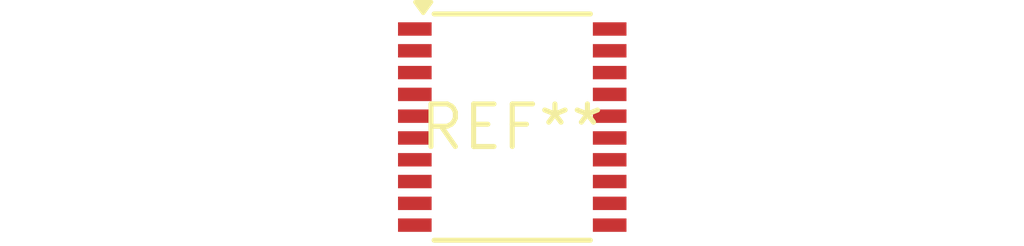
<source format=kicad_pcb>
(kicad_pcb (version 20240108) (generator pcbnew)
  (layers (0 "F.Cu" signal) (31 "B.Cu" signal) (34 "B.Paste" user) (35 "F.Paste" user) (36 "B.SilkS" user "B.Silkscreen") (37 "F.SilkS" user "F.Silkscreen") (38 "B.Mask" user) (39 "F.Mask" user) (44 "Edge.Cuts" user))
  (net 0 "")
  (footprint "SSOP-20_4.4x6.5mm_P0.65mm" (layer "F.Cu") (at 0 0)
    (property "Reference" "REF**")
    (property "Value" "SSOP-20_4.4x6.5mm_P0.65mm")
    (fp_line (start -2.325 -3.375) (end 2.325 -3.375) (layer "F.SilkS") (stroke (width 0.15)))
    (fp_line (start -2.325 3.375) (end 2.325 3.375) (layer "F.SilkS") (stroke (width 0.15)))
    (fp_poly (pts (xy -2.65 -3.4) (xy -2.89 -3.73) (xy -2.41 -3.73) (xy -2.65 -3.4)) (layer "F.SilkS") (stroke (width 0.12)) (fill solid))
    (pad "1" smd rect (at -2.9 -2.925) (size 1 0.4) (layers "F.Cu" "F.Paste" "F.Mask"))
    (pad "2" smd rect (at -2.9 -2.275) (size 1 0.4) (layers "F.Cu" "F.Paste" "F.Mask"))
    (pad "3" smd rect (at -2.9 -1.625) (size 1 0.4) (layers "F.Cu" "F.Paste" "F.Mask"))
    (pad "4" smd rect (at -2.9 -0.975) (size 1 0.4) (layers "F.Cu" "F.Paste" "F.Mask"))
    (pad "5" smd rect (at -2.9 -0.325) (size 1 0.4) (layers "F.Cu" "F.Paste" "F.Mask"))
    (pad "6" smd rect (at -2.9 0.325) (size 1 0.4) (layers "F.Cu" "F.Paste" "F.Mask"))
    (pad "7" smd rect (at -2.9 0.975) (size 1 0.4) (layers "F.Cu" "F.Paste" "F.Mask"))
    (pad "8" smd rect (at -2.9 1.625) (size 1 0.4) (layers "F.Cu" "F.Paste" "F.Mask"))
    (pad "9" smd rect (at -2.9 2.275) (size 1 0.4) (layers "F.Cu" "F.Paste" "F.Mask"))
    (pad "10" smd rect (at -2.9 2.925) (size 1 0.4) (layers "F.Cu" "F.Paste" "F.Mask"))
    (pad "11" smd rect (at 2.9 2.925) (size 1 0.4) (layers "F.Cu" "F.Paste" "F.Mask"))
    (pad "12" smd rect (at 2.9 2.275) (size 1 0.4) (layers "F.Cu" "F.Paste" "F.Mask"))
    (pad "13" smd rect (at 2.9 1.625) (size 1 0.4) (layers "F.Cu" "F.Paste" "F.Mask"))
    (pad "14" smd rect (at 2.9 0.975) (size 1 0.4) (layers "F.Cu" "F.Paste" "F.Mask"))
    (pad "15" smd rect (at 2.9 0.325) (size 1 0.4) (layers "F.Cu" "F.Paste" "F.Mask"))
    (pad "16" smd rect (at 2.9 -0.325) (size 1 0.4) (layers "F.Cu" "F.Paste" "F.Mask"))
    (pad "17" smd rect (at 2.9 -0.975) (size 1 0.4) (layers "F.Cu" "F.Paste" "F.Mask"))
    (pad "18" smd rect (at 2.9 -1.625) (size 1 0.4) (layers "F.Cu" "F.Paste" "F.Mask"))
    (pad "19" smd rect (at 2.9 -2.275) (size 1 0.4) (layers "F.Cu" "F.Paste" "F.Mask"))
    (pad "20" smd rect (at 2.9 -2.925) (size 1 0.4) (layers "F.Cu" "F.Paste" "F.Mask"))
  )
)
</source>
